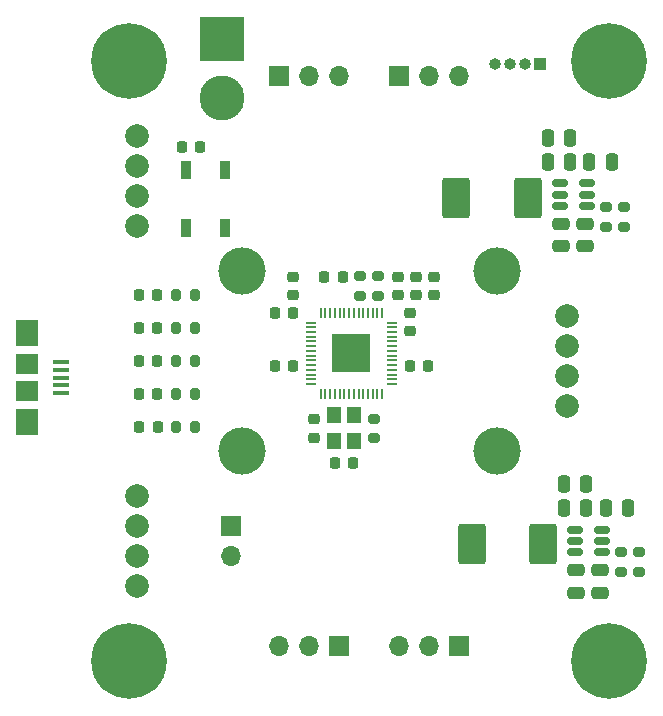
<source format=gts>
G04 #@! TF.GenerationSoftware,KiCad,Pcbnew,7.0.7*
G04 #@! TF.CreationDate,2024-02-08T13:12:57-05:00*
G04 #@! TF.ProjectId,UMRT_FC_R2,554d5254-5f46-4435-9f52-322e6b696361,rev?*
G04 #@! TF.SameCoordinates,Original*
G04 #@! TF.FileFunction,Soldermask,Top*
G04 #@! TF.FilePolarity,Negative*
%FSLAX46Y46*%
G04 Gerber Fmt 4.6, Leading zero omitted, Abs format (unit mm)*
G04 Created by KiCad (PCBNEW 7.0.7) date 2024-02-08 13:12:57*
%MOMM*%
%LPD*%
G01*
G04 APERTURE LIST*
G04 Aperture macros list*
%AMRoundRect*
0 Rectangle with rounded corners*
0 $1 Rounding radius*
0 $2 $3 $4 $5 $6 $7 $8 $9 X,Y pos of 4 corners*
0 Add a 4 corners polygon primitive as box body*
4,1,4,$2,$3,$4,$5,$6,$7,$8,$9,$2,$3,0*
0 Add four circle primitives for the rounded corners*
1,1,$1+$1,$2,$3*
1,1,$1+$1,$4,$5*
1,1,$1+$1,$6,$7*
1,1,$1+$1,$8,$9*
0 Add four rect primitives between the rounded corners*
20,1,$1+$1,$2,$3,$4,$5,0*
20,1,$1+$1,$4,$5,$6,$7,0*
20,1,$1+$1,$6,$7,$8,$9,0*
20,1,$1+$1,$8,$9,$2,$3,0*%
G04 Aperture macros list end*
%ADD10R,1.700000X1.700000*%
%ADD11O,1.700000X1.700000*%
%ADD12R,0.900000X1.500000*%
%ADD13C,4.000000*%
%ADD14RoundRect,0.225000X0.225000X0.250000X-0.225000X0.250000X-0.225000X-0.250000X0.225000X-0.250000X0*%
%ADD15RoundRect,0.200000X-0.275000X0.200000X-0.275000X-0.200000X0.275000X-0.200000X0.275000X0.200000X0*%
%ADD16RoundRect,0.250000X-0.475000X0.250000X-0.475000X-0.250000X0.475000X-0.250000X0.475000X0.250000X0*%
%ADD17RoundRect,0.050000X-0.387500X-0.050000X0.387500X-0.050000X0.387500X0.050000X-0.387500X0.050000X0*%
%ADD18RoundRect,0.050000X-0.050000X-0.387500X0.050000X-0.387500X0.050000X0.387500X-0.050000X0.387500X0*%
%ADD19R,3.200000X3.200000*%
%ADD20RoundRect,0.150000X0.512500X0.150000X-0.512500X0.150000X-0.512500X-0.150000X0.512500X-0.150000X0*%
%ADD21R,3.800000X3.800000*%
%ADD22C,3.800000*%
%ADD23C,0.800000*%
%ADD24C,6.400000*%
%ADD25RoundRect,0.218750X0.218750X0.256250X-0.218750X0.256250X-0.218750X-0.256250X0.218750X-0.256250X0*%
%ADD26RoundRect,0.200000X0.275000X-0.200000X0.275000X0.200000X-0.275000X0.200000X-0.275000X-0.200000X0*%
%ADD27R,1.000000X1.000000*%
%ADD28O,1.000000X1.000000*%
%ADD29RoundRect,0.250000X-0.250000X-0.475000X0.250000X-0.475000X0.250000X0.475000X-0.250000X0.475000X0*%
%ADD30C,2.000000*%
%ADD31RoundRect,0.225000X0.250000X-0.225000X0.250000X0.225000X-0.250000X0.225000X-0.250000X-0.225000X0*%
%ADD32R,1.400000X0.400000*%
%ADD33R,1.900000X2.300000*%
%ADD34R,1.900000X1.800000*%
%ADD35RoundRect,0.250000X0.250000X0.475000X-0.250000X0.475000X-0.250000X-0.475000X0.250000X-0.475000X0*%
%ADD36RoundRect,0.200000X-0.200000X-0.275000X0.200000X-0.275000X0.200000X0.275000X-0.200000X0.275000X0*%
%ADD37RoundRect,0.225000X-0.225000X-0.250000X0.225000X-0.250000X0.225000X0.250000X-0.225000X0.250000X0*%
%ADD38RoundRect,0.250000X0.475000X-0.250000X0.475000X0.250000X-0.475000X0.250000X-0.475000X-0.250000X0*%
%ADD39RoundRect,0.235000X0.940000X1.465000X-0.940000X1.465000X-0.940000X-1.465000X0.940000X-1.465000X0*%
%ADD40R,1.200000X1.400000*%
%ADD41RoundRect,0.225000X-0.250000X0.225000X-0.250000X-0.225000X0.250000X-0.225000X0.250000X0.225000X0*%
G04 APERTURE END LIST*
D10*
X134620000Y-138430000D03*
D11*
X132080000Y-138430000D03*
X129540000Y-138430000D03*
D10*
X124460000Y-138430000D03*
D11*
X121920000Y-138430000D03*
X119380000Y-138430000D03*
D10*
X129540000Y-90170000D03*
D11*
X132080000Y-90170000D03*
X134620000Y-90170000D03*
D10*
X119380000Y-90170000D03*
D11*
X121920000Y-90170000D03*
X124460000Y-90170000D03*
D12*
X114807000Y-98134000D03*
X111507000Y-98134000D03*
X111507000Y-103034000D03*
X114807000Y-103034000D03*
D13*
X116205000Y-106680000D03*
X116205000Y-121920000D03*
X137795000Y-106680000D03*
X137795000Y-121920000D03*
D14*
X120536000Y-114681000D03*
X118986000Y-114681000D03*
D15*
X149860000Y-130493000D03*
X149860000Y-132143000D03*
D14*
X120536000Y-110236000D03*
X118986000Y-110236000D03*
D16*
X144526000Y-132019000D03*
X144526000Y-133919000D03*
D17*
X122047000Y-111036000D03*
X122047000Y-111436000D03*
X122047000Y-111836000D03*
X122047000Y-112236000D03*
X122047000Y-112636000D03*
X122047000Y-113036000D03*
X122047000Y-113436000D03*
X122047000Y-113836000D03*
X122047000Y-114236000D03*
X122047000Y-114636000D03*
X122047000Y-115036000D03*
X122047000Y-115436000D03*
X122047000Y-115836000D03*
X122047000Y-116236000D03*
D18*
X122884500Y-117073500D03*
X123284500Y-117073500D03*
X123684500Y-117073500D03*
X124084500Y-117073500D03*
X124484500Y-117073500D03*
X124884500Y-117073500D03*
X125284500Y-117073500D03*
X125684500Y-117073500D03*
X126084500Y-117073500D03*
X126484500Y-117073500D03*
X126884500Y-117073500D03*
X127284500Y-117073500D03*
X127684500Y-117073500D03*
X128084500Y-117073500D03*
D17*
X128922000Y-116236000D03*
X128922000Y-115836000D03*
X128922000Y-115436000D03*
X128922000Y-115036000D03*
X128922000Y-114636000D03*
X128922000Y-114236000D03*
X128922000Y-113836000D03*
X128922000Y-113436000D03*
X128922000Y-113036000D03*
X128922000Y-112636000D03*
X128922000Y-112236000D03*
X128922000Y-111836000D03*
X128922000Y-111436000D03*
X128922000Y-111036000D03*
D18*
X128084500Y-110198500D03*
X127684500Y-110198500D03*
X127284500Y-110198500D03*
X126884500Y-110198500D03*
X126484500Y-110198500D03*
X126084500Y-110198500D03*
X125684500Y-110198500D03*
X125284500Y-110198500D03*
X124884500Y-110198500D03*
X124484500Y-110198500D03*
X124084500Y-110198500D03*
X123684500Y-110198500D03*
X123284500Y-110198500D03*
X122884500Y-110198500D03*
D19*
X125484500Y-113636000D03*
D20*
X145409500Y-101153000D03*
X145409500Y-100203000D03*
X145409500Y-99253000D03*
X143134500Y-99253000D03*
X143134500Y-100203000D03*
X143134500Y-101153000D03*
D21*
X114554000Y-87035000D03*
D22*
X114554000Y-92035000D03*
D23*
X144920000Y-88900000D03*
X145622944Y-87202944D03*
X145622944Y-90597056D03*
X147320000Y-86500000D03*
D24*
X147320000Y-88900000D03*
D23*
X147320000Y-91300000D03*
X149017056Y-87202944D03*
X149017056Y-90597056D03*
X149720000Y-88900000D03*
D25*
X109054500Y-114300000D03*
X107479500Y-114300000D03*
X109054500Y-108712000D03*
X107479500Y-108712000D03*
D26*
X148336000Y-132143000D03*
X148336000Y-130493000D03*
D27*
X141478000Y-89154000D03*
D28*
X140208000Y-89154000D03*
X138938000Y-89154000D03*
X137668000Y-89154000D03*
D29*
X143449000Y-124714000D03*
X145349000Y-124714000D03*
D10*
X115316000Y-128265000D03*
D11*
X115316000Y-130805000D03*
D30*
X107315000Y-95250000D03*
X107315000Y-97790000D03*
X107315000Y-100330000D03*
X107315000Y-102870000D03*
D23*
X144920000Y-139700000D03*
X145622944Y-138002944D03*
X145622944Y-141397056D03*
X147320000Y-137300000D03*
D24*
X147320000Y-139700000D03*
D23*
X147320000Y-142100000D03*
X149017056Y-138002944D03*
X149017056Y-141397056D03*
X149720000Y-139700000D03*
D15*
X127381000Y-119177000D03*
X127381000Y-120827000D03*
X148590000Y-101283000D03*
X148590000Y-102933000D03*
D31*
X130937000Y-108725000D03*
X130937000Y-107175000D03*
D32*
X100864000Y-114397000D03*
X100864000Y-115047000D03*
X100864000Y-115697000D03*
X100864000Y-116347000D03*
X100864000Y-116997000D03*
D33*
X98014000Y-111947000D03*
D34*
X98014000Y-114547000D03*
X98014000Y-116847000D03*
D33*
X98014000Y-119447000D03*
D15*
X127762000Y-107112000D03*
X127762000Y-108762000D03*
D26*
X147066000Y-102933000D03*
X147066000Y-101283000D03*
D35*
X147508000Y-97409000D03*
X145608000Y-97409000D03*
D36*
X110617000Y-108712000D03*
X112267000Y-108712000D03*
X110617000Y-114300000D03*
X112267000Y-114300000D03*
D30*
X143764000Y-110490000D03*
X143764000Y-113030000D03*
X143764000Y-115570000D03*
X143764000Y-118110000D03*
D29*
X143449000Y-126746000D03*
X145349000Y-126746000D03*
D31*
X132461000Y-108725000D03*
X132461000Y-107175000D03*
D37*
X130416000Y-114681000D03*
X131966000Y-114681000D03*
D14*
X125616000Y-122923000D03*
X124066000Y-122923000D03*
D23*
X104280000Y-139700000D03*
X104982944Y-138002944D03*
X104982944Y-141397056D03*
X106680000Y-137300000D03*
D24*
X106680000Y-139700000D03*
D23*
X106680000Y-142100000D03*
X108377056Y-138002944D03*
X108377056Y-141397056D03*
X109080000Y-139700000D03*
D38*
X145288000Y-104582000D03*
X145288000Y-102682000D03*
D14*
X112662000Y-96139000D03*
X111112000Y-96139000D03*
D23*
X104280000Y-88900000D03*
X104982944Y-87202944D03*
X104982944Y-90597056D03*
X106680000Y-86500000D03*
D24*
X106680000Y-88900000D03*
D23*
X106680000Y-91300000D03*
X108377056Y-87202944D03*
X108377056Y-90597056D03*
X109080000Y-88900000D03*
D36*
X110617000Y-117094000D03*
X112267000Y-117094000D03*
D14*
X124727000Y-107188000D03*
X123177000Y-107188000D03*
D36*
X110617000Y-119888000D03*
X112267000Y-119888000D03*
D29*
X142118000Y-97409000D03*
X144018000Y-97409000D03*
D31*
X129413000Y-108712000D03*
X129413000Y-107162000D03*
D35*
X148905000Y-126746000D03*
X147005000Y-126746000D03*
D20*
X146679500Y-130490000D03*
X146679500Y-129540000D03*
X146679500Y-128590000D03*
X144404500Y-128590000D03*
X144404500Y-129540000D03*
X144404500Y-130490000D03*
D25*
X109054500Y-111506000D03*
X107479500Y-111506000D03*
X109063500Y-119888000D03*
X107488500Y-119888000D03*
D39*
X140416000Y-100457000D03*
X134366000Y-100457000D03*
D38*
X146558000Y-133919000D03*
X146558000Y-132019000D03*
D30*
X107315000Y-125730000D03*
X107315000Y-128270000D03*
X107315000Y-130810000D03*
X107315000Y-133350000D03*
D40*
X125691000Y-121102000D03*
X125691000Y-118902000D03*
X123991000Y-118902000D03*
X123991000Y-121102000D03*
D29*
X142118000Y-95377000D03*
X144018000Y-95377000D03*
D41*
X130429000Y-110223000D03*
X130429000Y-111773000D03*
D16*
X143256000Y-102682000D03*
X143256000Y-104582000D03*
D39*
X141709000Y-129794000D03*
X135659000Y-129794000D03*
D15*
X126238000Y-107112000D03*
X126238000Y-108762000D03*
D36*
X110617000Y-111506000D03*
X112267000Y-111506000D03*
D25*
X109054500Y-117094000D03*
X107479500Y-117094000D03*
D41*
X122301000Y-119227000D03*
X122301000Y-120777000D03*
D31*
X120523000Y-108725000D03*
X120523000Y-107175000D03*
M02*

</source>
